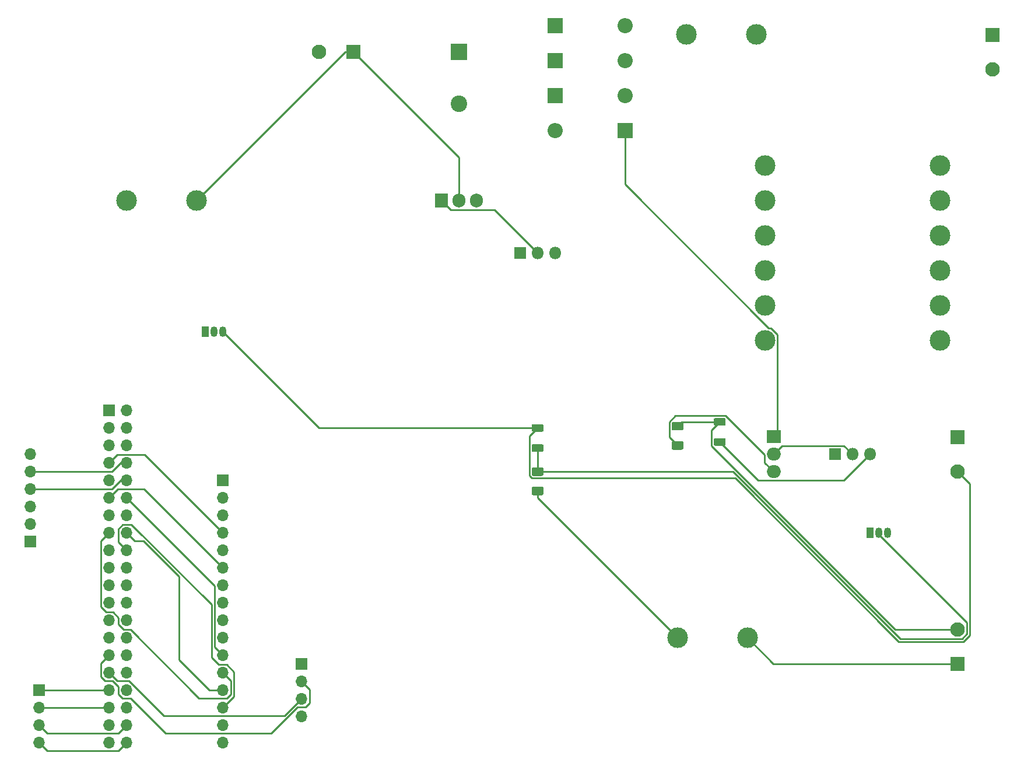
<source format=gbr>
%TF.GenerationSoftware,KiCad,Pcbnew,5.1.9*%
%TF.CreationDate,2021-04-08T17:50:56+05:30*%
%TF.ProjectId,protection,70726f74-6563-4746-996f-6e2e6b696361,rev?*%
%TF.SameCoordinates,Original*%
%TF.FileFunction,Copper,L2,Bot*%
%TF.FilePolarity,Positive*%
%FSLAX46Y46*%
G04 Gerber Fmt 4.6, Leading zero omitted, Abs format (unit mm)*
G04 Created by KiCad (PCBNEW 5.1.9) date 2021-04-08 17:50:56*
%MOMM*%
%LPD*%
G01*
G04 APERTURE LIST*
%TA.AperFunction,ComponentPad*%
%ADD10C,2.100000*%
%TD*%
%TA.AperFunction,ComponentPad*%
%ADD11R,2.100000X2.100000*%
%TD*%
%TA.AperFunction,ComponentPad*%
%ADD12O,1.700000X1.700000*%
%TD*%
%TA.AperFunction,ComponentPad*%
%ADD13R,1.700000X1.700000*%
%TD*%
%TA.AperFunction,ComponentPad*%
%ADD14O,1.905000X2.000000*%
%TD*%
%TA.AperFunction,ComponentPad*%
%ADD15R,1.905000X2.000000*%
%TD*%
%TA.AperFunction,ComponentPad*%
%ADD16O,2.000000X1.905000*%
%TD*%
%TA.AperFunction,ComponentPad*%
%ADD17R,2.000000X1.905000*%
%TD*%
%TA.AperFunction,ComponentPad*%
%ADD18C,3.000000*%
%TD*%
%TA.AperFunction,ComponentPad*%
%ADD19R,1.050000X1.500000*%
%TD*%
%TA.AperFunction,ComponentPad*%
%ADD20O,1.050000X1.500000*%
%TD*%
%TA.AperFunction,ComponentPad*%
%ADD21R,1.800000X1.800000*%
%TD*%
%TA.AperFunction,ComponentPad*%
%ADD22O,1.800000X1.800000*%
%TD*%
%TA.AperFunction,ComponentPad*%
%ADD23O,2.200000X2.200000*%
%TD*%
%TA.AperFunction,ComponentPad*%
%ADD24R,2.200000X2.200000*%
%TD*%
%TA.AperFunction,ComponentPad*%
%ADD25R,2.400000X2.400000*%
%TD*%
%TA.AperFunction,ComponentPad*%
%ADD26C,2.400000*%
%TD*%
%TA.AperFunction,Conductor*%
%ADD27C,0.250000*%
%TD*%
G04 APERTURE END LIST*
D10*
%TO.P,P1,2*%
%TO.N,Net-(P1-Pad2)*%
X256540000Y-53300000D03*
D11*
%TO.P,P1,1*%
%TO.N,Net-(F1-Pad2)*%
X256540000Y-48300000D03*
%TD*%
D10*
%TO.P,J8,2*%
%TO.N,Net-(D9-Pad2)*%
X251460000Y-134660000D03*
D11*
%TO.P,J8,1*%
%TO.N,/12V*%
X251460000Y-139660000D03*
%TD*%
D10*
%TO.P,J2,2*%
%TO.N,Net-(D10-Pad2)*%
X158790000Y-50800000D03*
D11*
%TO.P,J2,1*%
%TO.N,/7_2V*%
X163790000Y-50800000D03*
%TD*%
D12*
%TO.P,J1,40*%
%TO.N,Net-(J1-Pad40)*%
X130810000Y-151130000D03*
%TO.P,J1,39*%
%TO.N,/G*%
X128270000Y-151130000D03*
%TO.P,J1,38*%
%TO.N,Net-(J1-Pad38)*%
X130810000Y-148590000D03*
%TO.P,J1,37*%
%TO.N,Net-(J1-Pad37)*%
X128270000Y-148590000D03*
%TO.P,J1,36*%
%TO.N,Net-(J1-Pad36)*%
X130810000Y-146050000D03*
%TO.P,J1,35*%
%TO.N,Net-(J1-Pad35)*%
X128270000Y-146050000D03*
%TO.P,J1,34*%
%TO.N,/G*%
X130810000Y-143510000D03*
%TO.P,J1,33*%
%TO.N,Net-(J1-Pad33)*%
X128270000Y-143510000D03*
%TO.P,J1,32*%
%TO.N,Net-(J1-Pad32)*%
X130810000Y-140970000D03*
%TO.P,J1,31*%
%TO.N,Net-(J1-Pad31)*%
X128270000Y-140970000D03*
%TO.P,J1,30*%
%TO.N,/G*%
X130810000Y-138430000D03*
%TO.P,J1,29*%
%TO.N,Net-(J1-Pad29)*%
X128270000Y-138430000D03*
%TO.P,J1,28*%
%TO.N,Net-(J1-Pad28)*%
X130810000Y-135890000D03*
%TO.P,J1,27*%
%TO.N,Net-(J1-Pad27)*%
X128270000Y-135890000D03*
%TO.P,J1,26*%
%TO.N,Net-(J1-Pad26)*%
X130810000Y-133350000D03*
%TO.P,J1,25*%
%TO.N,/G*%
X128270000Y-133350000D03*
%TO.P,J1,24*%
%TO.N,Net-(J1-Pad24)*%
X130810000Y-130810000D03*
%TO.P,J1,23*%
%TO.N,Net-(J1-Pad23)*%
X128270000Y-130810000D03*
%TO.P,J1,22*%
%TO.N,Net-(J1-Pad22)*%
X130810000Y-128270000D03*
%TO.P,J1,21*%
%TO.N,Net-(J1-Pad21)*%
X128270000Y-128270000D03*
%TO.P,J1,20*%
%TO.N,/G*%
X130810000Y-125730000D03*
%TO.P,J1,19*%
%TO.N,Net-(J1-Pad19)*%
X128270000Y-125730000D03*
%TO.P,J1,18*%
%TO.N,Net-(J1-Pad18)*%
X130810000Y-123190000D03*
%TO.P,J1,17*%
%TO.N,Net-(J1-Pad17)*%
X128270000Y-123190000D03*
%TO.P,J1,16*%
%TO.N,Net-(J1-Pad16)*%
X130810000Y-120650000D03*
%TO.P,J1,15*%
%TO.N,Net-(J1-Pad15)*%
X128270000Y-120650000D03*
%TO.P,J1,14*%
%TO.N,/G*%
X130810000Y-118110000D03*
%TO.P,J1,13*%
%TO.N,Net-(J1-Pad13)*%
X128270000Y-118110000D03*
%TO.P,J1,12*%
%TO.N,Net-(J1-Pad12)*%
X130810000Y-115570000D03*
%TO.P,J1,11*%
%TO.N,Net-(J1-Pad11)*%
X128270000Y-115570000D03*
%TO.P,J1,10*%
%TO.N,Net-(J1-Pad10)*%
X130810000Y-113030000D03*
%TO.P,J1,9*%
%TO.N,/G*%
X128270000Y-113030000D03*
%TO.P,J1,8*%
%TO.N,Net-(J1-Pad8)*%
X130810000Y-110490000D03*
%TO.P,J1,7*%
%TO.N,Net-(J1-Pad7)*%
X128270000Y-110490000D03*
%TO.P,J1,6*%
%TO.N,/G*%
X130810000Y-107950000D03*
%TO.P,J1,5*%
%TO.N,Net-(J1-Pad5)*%
X128270000Y-107950000D03*
%TO.P,J1,4*%
%TO.N,Net-(J1-Pad4)*%
X130810000Y-105410000D03*
%TO.P,J1,3*%
%TO.N,Net-(J1-Pad3)*%
X128270000Y-105410000D03*
%TO.P,J1,2*%
%TO.N,Net-(D14-Pad1)*%
X130810000Y-102870000D03*
D13*
%TO.P,J1,1*%
%TO.N,Net-(J1-Pad1)*%
X128270000Y-102870000D03*
%TD*%
%TO.P,D11,2*%
%TO.N,Net-(C3-Pad1)*%
%TA.AperFunction,SMDPad,CuDef*%
G36*
G01*
X191125000Y-112385000D02*
X189875000Y-112385000D01*
G75*
G02*
X189625000Y-112135000I0J250000D01*
G01*
X189625000Y-111385000D01*
G75*
G02*
X189875000Y-111135000I250000J0D01*
G01*
X191125000Y-111135000D01*
G75*
G02*
X191375000Y-111385000I0J-250000D01*
G01*
X191375000Y-112135000D01*
G75*
G02*
X191125000Y-112385000I-250000J0D01*
G01*
G37*
%TD.AperFunction*%
%TO.P,D11,1*%
%TO.N,Net-(C2-Pad1)*%
%TA.AperFunction,SMDPad,CuDef*%
G36*
G01*
X191125000Y-115185000D02*
X189875000Y-115185000D01*
G75*
G02*
X189625000Y-114935000I0J250000D01*
G01*
X189625000Y-114185000D01*
G75*
G02*
X189875000Y-113935000I250000J0D01*
G01*
X191125000Y-113935000D01*
G75*
G02*
X191375000Y-114185000I0J-250000D01*
G01*
X191375000Y-114935000D01*
G75*
G02*
X191125000Y-115185000I-250000J0D01*
G01*
G37*
%TD.AperFunction*%
%TD*%
D14*
%TO.P,U2,3*%
%TO.N,Net-(C1-Pad1)*%
X181610000Y-72390000D03*
%TO.P,U2,2*%
%TO.N,/7_2V*%
X179070000Y-72390000D03*
D15*
%TO.P,U2,1*%
%TO.N,Net-(Q2-Pad2)*%
X176530000Y-72390000D03*
%TD*%
D16*
%TO.P,U1,3*%
%TO.N,/12V*%
X224790000Y-111760000D03*
%TO.P,U1,2*%
%TO.N,Net-(Q1-Pad2)*%
X224790000Y-109220000D03*
D17*
%TO.P,U1,1*%
%TO.N,Net-(C1-Pad1)*%
X224790000Y-106680000D03*
%TD*%
D18*
%TO.P,T1,*%
%TO.N,*%
X223520000Y-92710000D03*
X223520000Y-87630000D03*
X223520000Y-82550000D03*
X223520000Y-72390000D03*
X248920000Y-87630000D03*
X248920000Y-82550000D03*
X248920000Y-77470000D03*
X248920000Y-67310000D03*
%TO.P,T1,1*%
%TO.N,Net-(F1-Pad1)*%
X248920000Y-72390000D03*
%TO.P,T1,3*%
%TO.N,Net-(D2-Pad1)*%
X223520000Y-77470000D03*
%TO.P,T1,4*%
%TO.N,Net-(D1-Pad1)*%
X223520000Y-67310000D03*
%TO.P,T1,2*%
%TO.N,Net-(P1-Pad2)*%
X248920000Y-92710000D03*
%TD*%
%TO.P,R10,2*%
%TO.N,/G*%
%TA.AperFunction,SMDPad,CuDef*%
G36*
G01*
X191125002Y-105972500D02*
X189874998Y-105972500D01*
G75*
G02*
X189625000Y-105722502I0J249998D01*
G01*
X189625000Y-105097498D01*
G75*
G02*
X189874998Y-104847500I249998J0D01*
G01*
X191125002Y-104847500D01*
G75*
G02*
X191375000Y-105097498I0J-249998D01*
G01*
X191375000Y-105722502D01*
G75*
G02*
X191125002Y-105972500I-249998J0D01*
G01*
G37*
%TD.AperFunction*%
%TO.P,R10,1*%
%TO.N,Net-(C3-Pad1)*%
%TA.AperFunction,SMDPad,CuDef*%
G36*
G01*
X191125002Y-108897500D02*
X189874998Y-108897500D01*
G75*
G02*
X189625000Y-108647502I0J249998D01*
G01*
X189625000Y-108022498D01*
G75*
G02*
X189874998Y-107772500I249998J0D01*
G01*
X191125002Y-107772500D01*
G75*
G02*
X191375000Y-108022498I0J-249998D01*
G01*
X191375000Y-108647502D01*
G75*
G02*
X191125002Y-108897500I-249998J0D01*
G01*
G37*
%TD.AperFunction*%
%TD*%
%TO.P,R7,2*%
%TO.N,Net-(Q1-Pad3)*%
%TA.AperFunction,SMDPad,CuDef*%
G36*
G01*
X216314998Y-106884440D02*
X217565002Y-106884440D01*
G75*
G02*
X217815000Y-107134438I0J-249998D01*
G01*
X217815000Y-107759442D01*
G75*
G02*
X217565002Y-108009440I-249998J0D01*
G01*
X216314998Y-108009440D01*
G75*
G02*
X216065000Y-107759442I0J249998D01*
G01*
X216065000Y-107134438D01*
G75*
G02*
X216314998Y-106884440I249998J0D01*
G01*
G37*
%TD.AperFunction*%
%TO.P,R7,1*%
%TO.N,Net-(D9-Pad2)*%
%TA.AperFunction,SMDPad,CuDef*%
G36*
G01*
X216314998Y-103959440D02*
X217565002Y-103959440D01*
G75*
G02*
X217815000Y-104209438I0J-249998D01*
G01*
X217815000Y-104834442D01*
G75*
G02*
X217565002Y-105084440I-249998J0D01*
G01*
X216314998Y-105084440D01*
G75*
G02*
X216065000Y-104834442I0J249998D01*
G01*
X216065000Y-104209438D01*
G75*
G02*
X216314998Y-103959440I249998J0D01*
G01*
G37*
%TD.AperFunction*%
%TD*%
D19*
%TO.P,Q4,1*%
%TO.N,Net-(C4-Pad1)*%
X142240000Y-91440000D03*
D20*
%TO.P,Q4,3*%
%TO.N,/G*%
X144780000Y-91440000D03*
%TO.P,Q4,2*%
%TO.N,Net-(C5-Pad1)*%
X143510000Y-91440000D03*
%TD*%
D19*
%TO.P,Q3,1*%
%TO.N,Net-(C2-Pad1)*%
X238760000Y-120650000D03*
D20*
%TO.P,Q3,3*%
%TO.N,/G*%
X241300000Y-120650000D03*
%TO.P,Q3,2*%
%TO.N,Net-(C3-Pad1)*%
X240030000Y-120650000D03*
%TD*%
D21*
%TO.P,Q2,1*%
%TO.N,Net-(D4-Pad2)*%
X187960000Y-80010000D03*
D22*
%TO.P,Q2,2*%
%TO.N,Net-(Q2-Pad2)*%
X190500000Y-80010000D03*
%TO.P,Q2,3*%
%TO.N,Net-(Q2-Pad3)*%
X193040000Y-80010000D03*
%TD*%
%TO.P,Q1,3*%
%TO.N,Net-(Q1-Pad3)*%
X238760000Y-109220000D03*
%TO.P,Q1,2*%
%TO.N,Net-(Q1-Pad2)*%
X236220000Y-109220000D03*
D21*
%TO.P,Q1,1*%
%TO.N,Net-(D3-Pad2)*%
X233680000Y-109220000D03*
%TD*%
D12*
%TO.P,J7,4*%
%TO.N,Net-(J1-Pad40)*%
X118110000Y-151130000D03*
%TO.P,J7,3*%
%TO.N,Net-(J1-Pad38)*%
X118110000Y-148590000D03*
%TO.P,J7,2*%
%TO.N,Net-(J1-Pad35)*%
X118110000Y-146050000D03*
D13*
%TO.P,J7,1*%
%TO.N,Net-(J1-Pad33)*%
X118110000Y-143510000D03*
%TD*%
D10*
%TO.P,J4,2*%
%TO.N,/G*%
X251460000Y-111720000D03*
D11*
%TO.P,J4,1*%
%TO.N,Net-(D12-Pad1)*%
X251460000Y-106720000D03*
%TD*%
D18*
%TO.P,F3,1*%
%TO.N,Net-(C4-Pad1)*%
X130810000Y-72390000D03*
%TO.P,F3,2*%
%TO.N,/7_2V*%
X140970000Y-72390000D03*
%TD*%
%TO.P,F2,2*%
%TO.N,/12V*%
X220980000Y-135890000D03*
%TO.P,F2,1*%
%TO.N,Net-(C2-Pad1)*%
X210820000Y-135890000D03*
%TD*%
%TO.P,F1,1*%
%TO.N,Net-(F1-Pad1)*%
X212090000Y-48260000D03*
%TO.P,F1,2*%
%TO.N,Net-(F1-Pad2)*%
X222250000Y-48260000D03*
%TD*%
%TO.P,D9,2*%
%TO.N,Net-(D9-Pad2)*%
%TA.AperFunction,SMDPad,CuDef*%
G36*
G01*
X211445000Y-105775000D02*
X210195000Y-105775000D01*
G75*
G02*
X209945000Y-105525000I0J250000D01*
G01*
X209945000Y-104775000D01*
G75*
G02*
X210195000Y-104525000I250000J0D01*
G01*
X211445000Y-104525000D01*
G75*
G02*
X211695000Y-104775000I0J-250000D01*
G01*
X211695000Y-105525000D01*
G75*
G02*
X211445000Y-105775000I-250000J0D01*
G01*
G37*
%TD.AperFunction*%
%TO.P,D9,1*%
%TO.N,/12V*%
%TA.AperFunction,SMDPad,CuDef*%
G36*
G01*
X211445000Y-108575000D02*
X210195000Y-108575000D01*
G75*
G02*
X209945000Y-108325000I0J250000D01*
G01*
X209945000Y-107575000D01*
G75*
G02*
X210195000Y-107325000I250000J0D01*
G01*
X211445000Y-107325000D01*
G75*
G02*
X211695000Y-107575000I0J-250000D01*
G01*
X211695000Y-108325000D01*
G75*
G02*
X211445000Y-108575000I-250000J0D01*
G01*
G37*
%TD.AperFunction*%
%TD*%
D23*
%TO.P,D6,2*%
%TO.N,Net-(D2-Pad1)*%
X193040000Y-62230000D03*
D24*
%TO.P,D6,1*%
%TO.N,Net-(C1-Pad1)*%
X203200000Y-62230000D03*
%TD*%
D23*
%TO.P,D5,2*%
%TO.N,Net-(D1-Pad1)*%
X203200000Y-57150000D03*
D24*
%TO.P,D5,1*%
%TO.N,Net-(C1-Pad1)*%
X193040000Y-57150000D03*
%TD*%
D23*
%TO.P,D2,2*%
%TO.N,/G*%
X203200000Y-52070000D03*
D24*
%TO.P,D2,1*%
%TO.N,Net-(D2-Pad1)*%
X193040000Y-52070000D03*
%TD*%
D23*
%TO.P,D1,2*%
%TO.N,/G*%
X203200000Y-46990000D03*
D24*
%TO.P,D1,1*%
%TO.N,Net-(D1-Pad1)*%
X193040000Y-46990000D03*
%TD*%
D25*
%TO.P,C1,1*%
%TO.N,Net-(C1-Pad1)*%
X179070000Y-50800000D03*
D26*
%TO.P,C1,2*%
%TO.N,/G*%
X179070000Y-58300000D03*
%TD*%
D12*
%TO.P,J6,4*%
%TO.N,/G*%
X156210000Y-147320000D03*
%TO.P,J6,3*%
%TO.N,Net-(J1-Pad31)*%
X156210000Y-144780000D03*
%TO.P,J6,2*%
%TO.N,Net-(J1-Pad29)*%
X156210000Y-142240000D03*
D13*
%TO.P,J6,1*%
%TO.N,Net-(D14-Pad1)*%
X156210000Y-139700000D03*
%TD*%
D12*
%TO.P,J5,16*%
%TO.N,/G*%
X144780000Y-151130000D03*
%TO.P,J5,15*%
%TO.N,Net-(D14-Pad1)*%
X144780000Y-148590000D03*
%TO.P,J5,14*%
%TO.N,Net-(J1-Pad18)*%
X144780000Y-146050000D03*
%TO.P,J5,13*%
%TO.N,Net-(J1-Pad16)*%
X144780000Y-143510000D03*
%TO.P,J5,12*%
%TO.N,Net-(J1-Pad15)*%
X144780000Y-140970000D03*
%TO.P,J5,11*%
%TO.N,Net-(J1-Pad12)*%
X144780000Y-138430000D03*
%TO.P,J5,10*%
%TO.N,Net-(J5-Pad10)*%
X144780000Y-135890000D03*
%TO.P,J5,9*%
%TO.N,Net-(J5-Pad9)*%
X144780000Y-133350000D03*
%TO.P,J5,8*%
%TO.N,Net-(J5-Pad8)*%
X144780000Y-130810000D03*
%TO.P,J5,7*%
%TO.N,Net-(J5-Pad7)*%
X144780000Y-128270000D03*
%TO.P,J5,6*%
%TO.N,Net-(J1-Pad11)*%
X144780000Y-125730000D03*
%TO.P,J5,5*%
%TO.N,/G*%
X144780000Y-123190000D03*
%TO.P,J5,4*%
%TO.N,Net-(J1-Pad7)*%
X144780000Y-120650000D03*
%TO.P,J5,3*%
%TO.N,/G*%
X144780000Y-118110000D03*
%TO.P,J5,2*%
%TO.N,Net-(D14-Pad1)*%
X144780000Y-115570000D03*
D13*
%TO.P,J5,1*%
%TO.N,/G*%
X144780000Y-113030000D03*
%TD*%
D12*
%TO.P,J3,6*%
%TO.N,Net-(J3-Pad6)*%
X116840000Y-109220000D03*
%TO.P,J3,5*%
%TO.N,Net-(J1-Pad8)*%
X116840000Y-111760000D03*
%TO.P,J3,4*%
%TO.N,Net-(J1-Pad10)*%
X116840000Y-114300000D03*
%TO.P,J3,3*%
%TO.N,/G*%
X116840000Y-116840000D03*
%TO.P,J3,2*%
%TO.N,Net-(D14-Pad1)*%
X116840000Y-119380000D03*
D13*
%TO.P,J3,1*%
%TO.N,Net-(J3-Pad1)*%
X116840000Y-121920000D03*
%TD*%
D27*
%TO.N,Net-(J1-Pad40)*%
X129634999Y-152305001D02*
X130810000Y-151130000D01*
X119285001Y-152305001D02*
X129634999Y-152305001D01*
X118110000Y-151130000D02*
X119285001Y-152305001D01*
%TO.N,Net-(J1-Pad38)*%
X129634999Y-149765001D02*
X130810000Y-148590000D01*
X119285001Y-149765001D02*
X129634999Y-149765001D01*
X118110000Y-148590000D02*
X119285001Y-149765001D01*
%TO.N,Net-(J1-Pad35)*%
X118110000Y-146050000D02*
X128270000Y-146050000D01*
%TO.N,Net-(J1-Pad33)*%
X118110000Y-143510000D02*
X128270000Y-143510000D01*
%TO.N,Net-(J1-Pad31)*%
X129445001Y-142145001D02*
X128270000Y-140970000D01*
X131184003Y-142145001D02*
X129445001Y-142145001D01*
X136264003Y-147225001D02*
X131184003Y-142145001D01*
X153764999Y-147225001D02*
X136264003Y-147225001D01*
X156210000Y-144780000D02*
X153764999Y-147225001D01*
%TO.N,Net-(J1-Pad29)*%
X156774001Y-145955001D02*
X157385001Y-145344001D01*
X155671409Y-145955001D02*
X156774001Y-145955001D01*
X157385001Y-143415001D02*
X156210000Y-142240000D01*
X151861409Y-149765001D02*
X155671409Y-145955001D01*
X131374001Y-144685001D02*
X136454001Y-149765001D01*
X129634999Y-144074001D02*
X130245999Y-144685001D01*
X157385001Y-145344001D02*
X157385001Y-143415001D01*
X130245999Y-144685001D02*
X131374001Y-144685001D01*
X129634999Y-142971409D02*
X129634999Y-144074001D01*
X128808591Y-142145001D02*
X129634999Y-142971409D01*
X127705999Y-142145001D02*
X128808591Y-142145001D01*
X127094999Y-141534001D02*
X127705999Y-142145001D01*
X127094999Y-139605001D02*
X127094999Y-141534001D01*
X136454001Y-149765001D02*
X151861409Y-149765001D01*
X128270000Y-138430000D02*
X127094999Y-139605001D01*
%TO.N,Net-(J1-Pad18)*%
X146405010Y-144424990D02*
X144780000Y-146050000D01*
X145344001Y-139794999D02*
X146405010Y-140856008D01*
X144215999Y-139794999D02*
X145344001Y-139794999D01*
X146405010Y-140856008D02*
X146405010Y-144424990D01*
X143154989Y-138733989D02*
X144215999Y-139794999D01*
X143154989Y-131088579D02*
X143154989Y-138733989D01*
X131541409Y-119474999D02*
X143154989Y-131088579D01*
X130245999Y-119474999D02*
X131541409Y-119474999D01*
X129634999Y-120085999D02*
X130245999Y-119474999D01*
X129634999Y-122014999D02*
X129634999Y-120085999D01*
X130810000Y-123190000D02*
X129634999Y-122014999D01*
%TO.N,Net-(J1-Pad16)*%
X131985001Y-121825001D02*
X133255001Y-121825001D01*
X130810000Y-120650000D02*
X131985001Y-121825001D01*
X133255001Y-121825001D02*
X138430000Y-127000000D01*
X142851000Y-143510000D02*
X144780000Y-143510000D01*
X138430000Y-139089000D02*
X142851000Y-143510000D01*
X138430000Y-127000000D02*
X138430000Y-139089000D01*
%TO.N,Net-(J1-Pad15)*%
X145955001Y-142145001D02*
X144780000Y-140970000D01*
X145344001Y-144685001D02*
X145955001Y-144074001D01*
X145955001Y-144074001D02*
X145955001Y-142145001D01*
X131374001Y-134714999D02*
X141344003Y-144685001D01*
X130435997Y-134714999D02*
X131374001Y-134714999D01*
X141344003Y-144685001D02*
X145344001Y-144685001D01*
X129634999Y-133914001D02*
X130435997Y-134714999D01*
X129634999Y-132975997D02*
X129634999Y-133914001D01*
X128834001Y-132174999D02*
X129634999Y-132975997D01*
X127895997Y-132174999D02*
X128834001Y-132174999D01*
X127094999Y-131374001D02*
X127895997Y-132174999D01*
X127094999Y-121825001D02*
X127094999Y-131374001D01*
X128270000Y-120650000D02*
X127094999Y-121825001D01*
%TO.N,Net-(J1-Pad12)*%
X143604999Y-137254999D02*
X144780000Y-138430000D01*
X143604999Y-128364999D02*
X143604999Y-137254999D01*
X130810000Y-115570000D02*
X143604999Y-128364999D01*
%TO.N,Net-(J1-Pad11)*%
X128270000Y-115570000D02*
X129540000Y-114300000D01*
X133350000Y-114300000D02*
X144780000Y-125730000D01*
X129540000Y-114300000D02*
X133350000Y-114300000D01*
%TO.N,Net-(J1-Pad10)*%
X130009002Y-113030000D02*
X130810000Y-113030000D01*
X128739002Y-114300000D02*
X130009002Y-113030000D01*
X116840000Y-114300000D02*
X128739002Y-114300000D01*
%TO.N,Net-(J1-Pad8)*%
X130009002Y-110490000D02*
X130810000Y-110490000D01*
X128739002Y-111760000D02*
X130009002Y-110490000D01*
X116840000Y-111760000D02*
X128739002Y-111760000D01*
%TO.N,Net-(J1-Pad7)*%
X133444999Y-109314999D02*
X144780000Y-120650000D01*
X129445001Y-109314999D02*
X133444999Y-109314999D01*
X128270000Y-110490000D02*
X129445001Y-109314999D01*
%TO.N,/G*%
X158750000Y-105410000D02*
X144780000Y-91440000D01*
X190500000Y-105410000D02*
X158750000Y-105410000D01*
X253285011Y-135506401D02*
X253285011Y-113545011D01*
X252306402Y-136485010D02*
X253285011Y-135506401D01*
X253285011Y-113545011D02*
X251460000Y-111720000D01*
X242954561Y-136485011D02*
X252306402Y-136485010D01*
X219179560Y-112710010D02*
X242954561Y-136485011D01*
X189636820Y-112710010D02*
X219179560Y-112710010D01*
X189299990Y-112373180D02*
X189636820Y-112710010D01*
X189299990Y-106610010D02*
X189299990Y-112373180D01*
X190500000Y-105410000D02*
X189299990Y-106610010D01*
%TO.N,Net-(C1-Pad1)*%
X224073997Y-90884999D02*
X203200000Y-70011002D01*
X203200000Y-70011002D02*
X203200000Y-62230000D01*
X224396001Y-90884999D02*
X224073997Y-90884999D01*
X225345001Y-91833999D02*
X224396001Y-90884999D01*
X225345001Y-106124999D02*
X225345001Y-91833999D01*
X224790000Y-106680000D02*
X225345001Y-106124999D01*
%TO.N,Net-(C2-Pad1)*%
X190500000Y-115570000D02*
X210820000Y-135890000D01*
X190500000Y-114560000D02*
X190500000Y-115570000D01*
%TO.N,Net-(C3-Pad1)*%
X240030000Y-120875000D02*
X240030000Y-120650000D01*
X252835001Y-133680001D02*
X240030000Y-120875000D01*
X252835001Y-135320001D02*
X252835001Y-133680001D01*
X252120001Y-136035001D02*
X252835001Y-135320001D01*
X243140961Y-136035001D02*
X252120001Y-136035001D01*
X218865960Y-111760000D02*
X243140961Y-136035001D01*
X190500000Y-111760000D02*
X218865960Y-111760000D01*
X190500000Y-108335000D02*
X190500000Y-111760000D01*
%TO.N,Net-(D9-Pad2)*%
X211448060Y-104521940D02*
X210820000Y-105150000D01*
X216940000Y-104521940D02*
X211448060Y-104521940D01*
X242402370Y-134660000D02*
X251460000Y-134660000D01*
X215739990Y-107997620D02*
X242402370Y-134660000D01*
X215739990Y-105721950D02*
X215739990Y-107997620D01*
X216940000Y-104521940D02*
X215739990Y-105721950D01*
%TO.N,/12V*%
X224750000Y-139660000D02*
X220980000Y-135890000D01*
X251460000Y-139660000D02*
X224750000Y-139660000D01*
X223464990Y-110434990D02*
X224790000Y-111760000D01*
X223464990Y-109296240D02*
X223464990Y-110434990D01*
X210522380Y-103634430D02*
X217803180Y-103634430D01*
X217803180Y-103634430D02*
X223464990Y-109296240D01*
X209619990Y-106749990D02*
X209619990Y-104536820D01*
X209619990Y-104536820D02*
X210522380Y-103634430D01*
X210820000Y-107950000D02*
X209619990Y-106749990D01*
%TO.N,/7_2V*%
X179070000Y-66080000D02*
X163790000Y-50800000D01*
X179070000Y-72390000D02*
X179070000Y-66080000D01*
X162560000Y-50800000D02*
X163790000Y-50800000D01*
X140970000Y-72390000D02*
X162560000Y-50800000D01*
%TO.N,Net-(Q1-Pad3)*%
X234942490Y-113037510D02*
X238760000Y-109220000D01*
X222530570Y-113037510D02*
X234942490Y-113037510D01*
X216940000Y-107446940D02*
X222530570Y-113037510D01*
%TO.N,Net-(Q1-Pad2)*%
X226015001Y-107994999D02*
X224790000Y-109220000D01*
X234994999Y-107994999D02*
X226015001Y-107994999D01*
X236220000Y-109220000D02*
X234994999Y-107994999D01*
%TO.N,Net-(Q2-Pad2)*%
X177855010Y-73715010D02*
X176530000Y-72390000D01*
X184205010Y-73715010D02*
X177855010Y-73715010D01*
X190500000Y-80010000D02*
X184205010Y-73715010D01*
%TD*%
M02*

</source>
